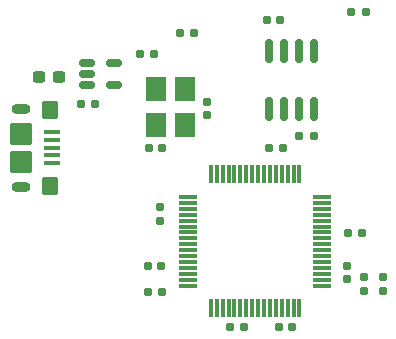
<source format=gbr>
%TF.GenerationSoftware,KiCad,Pcbnew,8.0.5*%
%TF.CreationDate,2024-10-07T14:28:25-07:00*%
%TF.ProjectId,USB_SPII2CK,5553425f-5350-4494-9932-434b2e6b6963,rev?*%
%TF.SameCoordinates,Original*%
%TF.FileFunction,Paste,Top*%
%TF.FilePolarity,Positive*%
%FSLAX46Y46*%
G04 Gerber Fmt 4.6, Leading zero omitted, Abs format (unit mm)*
G04 Created by KiCad (PCBNEW 8.0.5) date 2024-10-07 14:28:25*
%MOMM*%
%LPD*%
G01*
G04 APERTURE LIST*
G04 Aperture macros list*
%AMRoundRect*
0 Rectangle with rounded corners*
0 $1 Rounding radius*
0 $2 $3 $4 $5 $6 $7 $8 $9 X,Y pos of 4 corners*
0 Add a 4 corners polygon primitive as box body*
4,1,4,$2,$3,$4,$5,$6,$7,$8,$9,$2,$3,0*
0 Add four circle primitives for the rounded corners*
1,1,$1+$1,$2,$3*
1,1,$1+$1,$4,$5*
1,1,$1+$1,$6,$7*
1,1,$1+$1,$8,$9*
0 Add four rect primitives between the rounded corners*
20,1,$1+$1,$2,$3,$4,$5,0*
20,1,$1+$1,$4,$5,$6,$7,0*
20,1,$1+$1,$6,$7,$8,$9,0*
20,1,$1+$1,$8,$9,$2,$3,0*%
G04 Aperture macros list end*
%ADD10RoundRect,0.100000X-0.575000X0.100000X-0.575000X-0.100000X0.575000X-0.100000X0.575000X0.100000X0*%
%ADD11O,1.600000X0.900000*%
%ADD12RoundRect,0.250000X-0.450000X0.550000X-0.450000X-0.550000X0.450000X-0.550000X0.450000X0.550000X0*%
%ADD13RoundRect,0.250000X-0.700000X0.700000X-0.700000X-0.700000X0.700000X-0.700000X0.700000X0.700000X0*%
%ADD14RoundRect,0.155000X-0.212500X-0.155000X0.212500X-0.155000X0.212500X0.155000X-0.212500X0.155000X0*%
%ADD15RoundRect,0.155000X0.155000X-0.212500X0.155000X0.212500X-0.155000X0.212500X-0.155000X-0.212500X0*%
%ADD16RoundRect,0.150000X-0.512500X-0.150000X0.512500X-0.150000X0.512500X0.150000X-0.512500X0.150000X0*%
%ADD17RoundRect,0.150000X0.150000X-0.825000X0.150000X0.825000X-0.150000X0.825000X-0.150000X-0.825000X0*%
%ADD18RoundRect,0.160000X0.160000X-0.197500X0.160000X0.197500X-0.160000X0.197500X-0.160000X-0.197500X0*%
%ADD19RoundRect,0.160000X0.197500X0.160000X-0.197500X0.160000X-0.197500X-0.160000X0.197500X-0.160000X0*%
%ADD20RoundRect,0.160000X-0.197500X-0.160000X0.197500X-0.160000X0.197500X0.160000X-0.197500X0.160000X0*%
%ADD21RoundRect,0.155000X0.212500X0.155000X-0.212500X0.155000X-0.212500X-0.155000X0.212500X-0.155000X0*%
%ADD22RoundRect,0.075000X-0.700000X-0.075000X0.700000X-0.075000X0.700000X0.075000X-0.700000X0.075000X0*%
%ADD23RoundRect,0.075000X-0.075000X-0.700000X0.075000X-0.700000X0.075000X0.700000X-0.075000X0.700000X0*%
%ADD24R,1.800000X2.100000*%
%ADD25RoundRect,0.155000X-0.155000X0.212500X-0.155000X-0.212500X0.155000X-0.212500X0.155000X0.212500X0*%
%ADD26RoundRect,0.160000X-0.160000X0.197500X-0.160000X-0.197500X0.160000X-0.197500X0.160000X0.197500X0*%
%ADD27RoundRect,0.237500X-0.300000X-0.237500X0.300000X-0.237500X0.300000X0.237500X-0.300000X0.237500X0*%
G04 APERTURE END LIST*
D10*
%TO.C,J4*%
X126875000Y-96400000D03*
X126875000Y-97050000D03*
X126875000Y-97700000D03*
X126875000Y-98350000D03*
X126875000Y-99000000D03*
D11*
X124200000Y-94400000D03*
D12*
X126650000Y-94500000D03*
D13*
X124200000Y-96500000D03*
X124200000Y-98900000D03*
D12*
X126650000Y-100900000D03*
D11*
X124200000Y-101000000D03*
%TD*%
D14*
%TO.C,C16*%
X145032500Y-86900000D03*
X146167500Y-86900000D03*
%TD*%
D15*
%TO.C,C2*%
X151800000Y-108835000D03*
X151800000Y-107700000D03*
%TD*%
D16*
%TO.C,U1*%
X129800000Y-90500000D03*
X129800000Y-91450000D03*
X129800000Y-92400000D03*
X132075000Y-92400000D03*
X132075000Y-90500000D03*
%TD*%
D17*
%TO.C,U3*%
X145190000Y-94450000D03*
X146460000Y-94450000D03*
X147730000Y-94450000D03*
X149000000Y-94450000D03*
X149000000Y-89500000D03*
X147730000Y-89500000D03*
X146460000Y-89500000D03*
X145190000Y-89500000D03*
%TD*%
D18*
%TO.C,R4*%
X153300000Y-109797500D03*
X153300000Y-108602500D03*
%TD*%
D19*
%TO.C,R11*%
X148997500Y-96700000D03*
X147802500Y-96700000D03*
%TD*%
D20*
%TO.C,R10*%
X152205000Y-86200000D03*
X153400000Y-86200000D03*
%TD*%
D21*
%TO.C,C4*%
X143067500Y-112900000D03*
X141932500Y-112900000D03*
%TD*%
D18*
%TO.C,R3*%
X154900000Y-109800000D03*
X154900000Y-108605000D03*
%TD*%
D21*
%TO.C,C6*%
X153067500Y-104900000D03*
X151932500Y-104900000D03*
%TD*%
D20*
%TO.C,R2*%
X129305000Y-94000000D03*
X130500000Y-94000000D03*
%TD*%
%TO.C,R6*%
X135000000Y-109900000D03*
X136195000Y-109900000D03*
%TD*%
%TO.C,R1*%
X137705000Y-88000000D03*
X138900000Y-88000000D03*
%TD*%
D22*
%TO.C,U2*%
X138375000Y-101875000D03*
X138375000Y-102375000D03*
X138375000Y-102875000D03*
X138375000Y-103375000D03*
X138375000Y-103875000D03*
X138375000Y-104375000D03*
X138375000Y-104875000D03*
X138375000Y-105375000D03*
X138375000Y-105875000D03*
X138375000Y-106375000D03*
X138375000Y-106875000D03*
X138375000Y-107375000D03*
X138375000Y-107875000D03*
X138375000Y-108375000D03*
X138375000Y-108875000D03*
X138375000Y-109375000D03*
D23*
X140300000Y-111300000D03*
X140800000Y-111300000D03*
X141300000Y-111300000D03*
X141800000Y-111300000D03*
X142300000Y-111300000D03*
X142800000Y-111300000D03*
X143300000Y-111300000D03*
X143800000Y-111300000D03*
X144300000Y-111300000D03*
X144800000Y-111300000D03*
X145300000Y-111300000D03*
X145800000Y-111300000D03*
X146300000Y-111300000D03*
X146800000Y-111300000D03*
X147300000Y-111300000D03*
X147800000Y-111300000D03*
D22*
X149725000Y-109375000D03*
X149725000Y-108875000D03*
X149725000Y-108375000D03*
X149725000Y-107875000D03*
X149725000Y-107375000D03*
X149725000Y-106875000D03*
X149725000Y-106375000D03*
X149725000Y-105875000D03*
X149725000Y-105375000D03*
X149725000Y-104875000D03*
X149725000Y-104375000D03*
X149725000Y-103875000D03*
X149725000Y-103375000D03*
X149725000Y-102875000D03*
X149725000Y-102375000D03*
X149725000Y-101875000D03*
D23*
X147800000Y-99950000D03*
X147300000Y-99950000D03*
X146800000Y-99950000D03*
X146300000Y-99950000D03*
X145800000Y-99950000D03*
X145300000Y-99950000D03*
X144800000Y-99950000D03*
X144300000Y-99950000D03*
X143800000Y-99950000D03*
X143300000Y-99950000D03*
X142800000Y-99950000D03*
X142300000Y-99950000D03*
X141800000Y-99950000D03*
X141300000Y-99950000D03*
X140800000Y-99950000D03*
X140300000Y-99950000D03*
%TD*%
D21*
%TO.C,C7*%
X146400000Y-97700000D03*
X145265000Y-97700000D03*
%TD*%
D24*
%TO.C,Y1*%
X138150000Y-95800000D03*
X138150000Y-92700000D03*
X135650000Y-92700000D03*
X135650000Y-95800000D03*
%TD*%
D21*
%TO.C,C15*%
X136100000Y-107700000D03*
X134965000Y-107700000D03*
%TD*%
D25*
%TO.C,C18*%
X140000000Y-93800000D03*
X140000000Y-94935000D03*
%TD*%
D26*
%TO.C,R5*%
X136000000Y-102705000D03*
X136000000Y-103900000D03*
%TD*%
D14*
%TO.C,C5*%
X146032500Y-112900000D03*
X147167500Y-112900000D03*
%TD*%
D27*
%TO.C,C10*%
X125737500Y-91700000D03*
X127462500Y-91700000D03*
%TD*%
D21*
%TO.C,C17*%
X136167500Y-97700000D03*
X135032500Y-97700000D03*
%TD*%
%TO.C,C11*%
X135467500Y-89800000D03*
X134332500Y-89800000D03*
%TD*%
M02*

</source>
